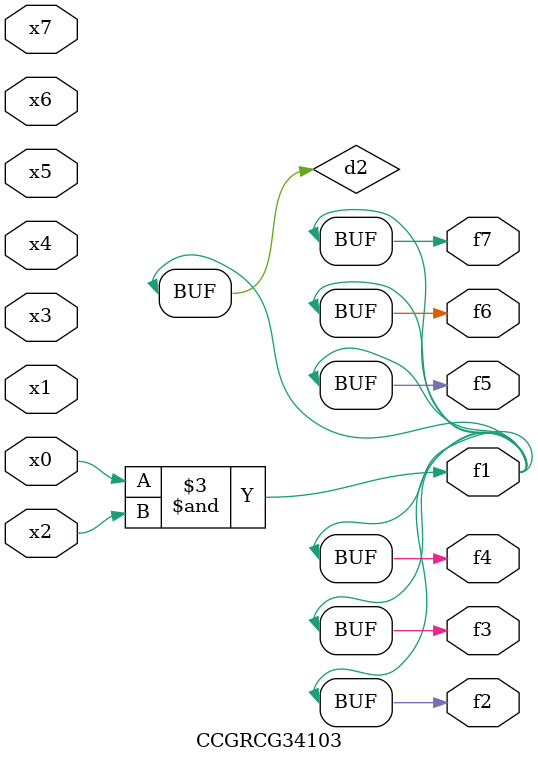
<source format=v>
module CCGRCG34103(
	input x0, x1, x2, x3, x4, x5, x6, x7,
	output f1, f2, f3, f4, f5, f6, f7
);

	wire d1, d2;

	nor (d1, x3, x6);
	and (d2, x0, x2);
	assign f1 = d2;
	assign f2 = d2;
	assign f3 = d2;
	assign f4 = d2;
	assign f5 = d2;
	assign f6 = d2;
	assign f7 = d2;
endmodule

</source>
